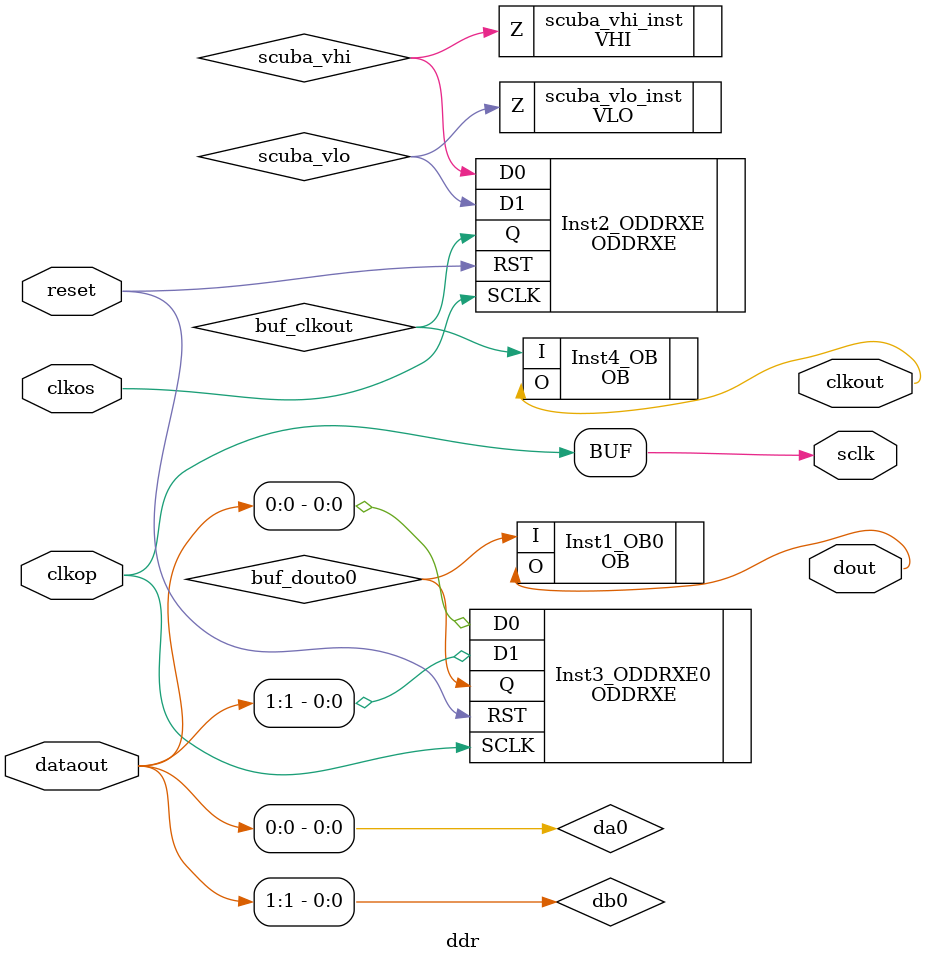
<source format=v>
/* Verilog netlist generated by SCUBA Diamond_2.2_Production (99) */
/* Module Version: 5.4 */
/* D:\Programs\Diamond\diamond\2.2_x64\ispfpga\bin\nt64\scuba.exe -w -n ddr -lang verilog -synth synplify -bus_exp 7 -bb -arch xo2c00 -type iol -mode out -io_type LVCMOS25 -width 1 -freq_in 75 -gear 1 -clk sclk -del -1 -e  */
/* Tue Nov 10 14:55:39 2015 */


`timescale 1 ns / 1 ps
module ddr (clkop, clkos, clkout, reset, sclk, dataout, dout)/* synthesis syn_noprune=1 *//* synthesis NGD_DRC_MASK=1 */;// exemplar attribute ddr dont_touch true 
    input wire clkop;
    input wire clkos;
    input wire reset;
    input wire [1:0] dataout;
    output wire clkout;
    output wire sclk;
    output wire [0:0] dout;

    wire db0;
    wire da0;
    wire buf_clkout;
    wire scuba_vlo;
    wire scuba_vhi;
    wire buf_douto0;

    OB Inst4_OB (.I(buf_clkout), .O(clkout))
             /* synthesis IO_TYPE="LVCMOS25" */;

    ODDRXE Inst3_ODDRXE0 (.D0(da0), .D1(db0), .SCLK(clkop), .RST(reset), 
        .Q(buf_douto0));

    VLO scuba_vlo_inst (.Z(scuba_vlo));

    VHI scuba_vhi_inst (.Z(scuba_vhi));

    ODDRXE Inst2_ODDRXE (.D0(scuba_vhi), .D1(scuba_vlo), .SCLK(clkos), .RST(reset), 
        .Q(buf_clkout));

    OB Inst1_OB0 (.I(buf_douto0), .O(dout[0]))
             /* synthesis IO_TYPE="LVCMOS25" */;

    assign sclk = clkop;
    assign db0 = dataout[1];
    assign da0 = dataout[0];


    // exemplar begin
    // exemplar attribute Inst4_OB IO_TYPE LVCMOS25
    // exemplar attribute Inst1_OB0 IO_TYPE LVCMOS25
    // exemplar end

endmodule

</source>
